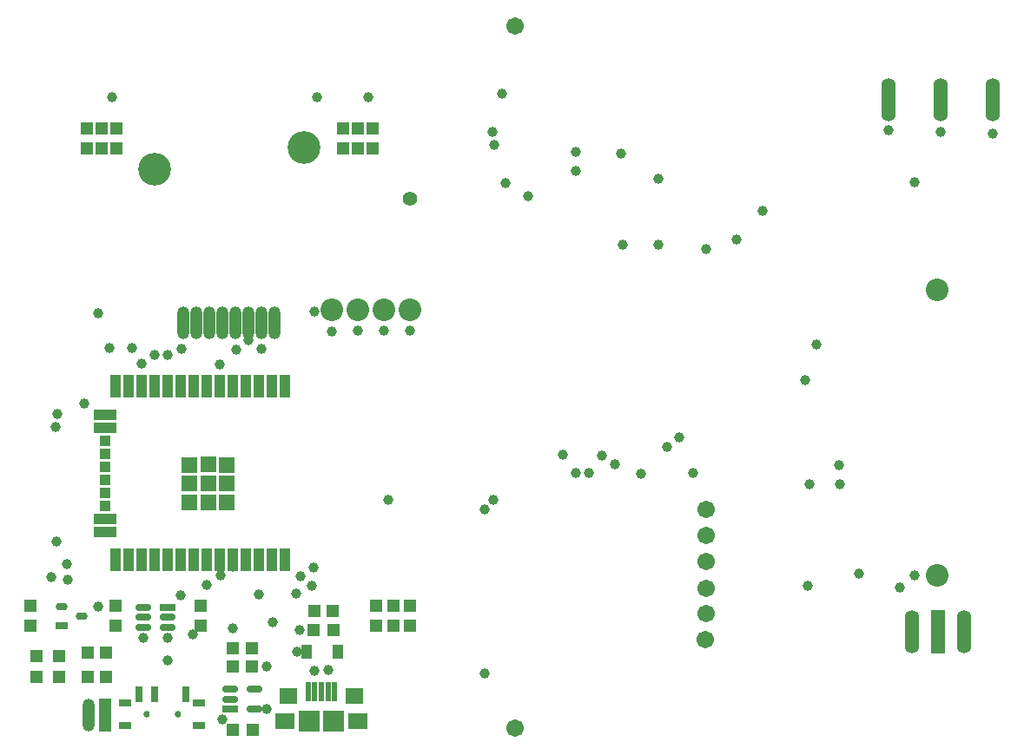
<source format=gbs>
G04*
G04 #@! TF.GenerationSoftware,Altium Limited,Altium Designer,21.2.1 (34)*
G04*
G04 Layer_Color=16711935*
%FSLAX43Y43*%
%MOMM*%
G71*
G04*
G04 #@! TF.SameCoordinates,D37F3DA0-8DBA-475A-B69E-14A0DF471598*
G04*
G04*
G04 #@! TF.FilePolarity,Negative*
G04*
G01*
G75*
%ADD17R,1.200X1.200*%
%ADD43R,2.103X2.103*%
%ADD44R,1.903X1.503*%
%ADD45R,1.803X1.603*%
%ADD46R,0.603X1.903*%
%ADD47R,1.503X1.503*%
%ADD48R,1.503X1.503*%
%ADD49R,1.103X2.203*%
%ADD50R,2.203X1.103*%
%ADD52R,1.203X1.153*%
%ADD56R,1.153X1.203*%
%ADD60O,1.403X4.203*%
%ADD63C,1.703*%
%ADD64C,2.203*%
%ADD65C,0.628*%
%ADD66C,1.403*%
%ADD67C,1.003*%
G04:AMPARAMS|DCode=81|XSize=1.2mm|YSize=0.7mm|CornerRadius=0.35mm|HoleSize=0mm|Usage=FLASHONLY|Rotation=0.000|XOffset=0mm|YOffset=0mm|HoleType=Round|Shape=RoundedRectangle|*
%AMROUNDEDRECTD81*
21,1,1.200,0.000,0,0,0.0*
21,1,0.500,0.700,0,0,0.0*
1,1,0.700,0.250,0.000*
1,1,0.700,-0.250,0.000*
1,1,0.700,-0.250,0.000*
1,1,0.700,0.250,0.000*
%
%ADD81ROUNDEDRECTD81*%
%ADD82R,1.200X0.700*%
%ADD85R,1.200X1.200*%
G04:AMPARAMS|DCode=86|XSize=1.6mm|YSize=0.7mm|CornerRadius=0.35mm|HoleSize=0mm|Usage=FLASHONLY|Rotation=180.000|XOffset=0mm|YOffset=0mm|HoleType=Round|Shape=RoundedRectangle|*
%AMROUNDEDRECTD86*
21,1,1.600,0.000,0,0,180.0*
21,1,0.900,0.700,0,0,180.0*
1,1,0.700,-0.450,0.000*
1,1,0.700,0.450,0.000*
1,1,0.700,0.450,0.000*
1,1,0.700,-0.450,0.000*
%
%ADD86ROUNDEDRECTD86*%
%ADD87R,1.600X0.700*%
%ADD92R,1.403X4.203*%
%ADD93C,3.203*%
%ADD94O,1.203X3.203*%
%ADD95R,1.103X1.103*%
%ADD96R,1.103X1.403*%
%ADD97R,1.103X1.403*%
%ADD98R,1.303X0.803*%
%ADD99R,0.703X1.603*%
%ADD100O,1.203X3.203*%
%ADD101R,1.203X3.203*%
D17*
X34814Y14884D02*
D03*
X33054D02*
D03*
X10956Y10770D02*
D03*
X12716D02*
D03*
X10956Y8407D02*
D03*
X12716D02*
D03*
D43*
X34925Y4098D02*
D03*
X32525D02*
D03*
D44*
X37254Y4095D02*
D03*
X30194D02*
D03*
D45*
X36925Y6548D02*
D03*
X30525D02*
D03*
D46*
X35025Y6973D02*
D03*
X34375D02*
D03*
X33725D02*
D03*
X33075D02*
D03*
X32425D02*
D03*
D47*
X20853Y29108D02*
D03*
X22696Y25468D02*
D03*
Y27303D02*
D03*
Y29138D02*
D03*
X24539Y29108D02*
D03*
D48*
X20853Y27273D02*
D03*
X20861Y25468D02*
D03*
X24531D02*
D03*
X24539Y27273D02*
D03*
D49*
X30196Y36803D02*
D03*
X28926D02*
D03*
X27656D02*
D03*
X26386D02*
D03*
X25116D02*
D03*
X23846D02*
D03*
X22576D02*
D03*
X21306D02*
D03*
X20036D02*
D03*
X18766D02*
D03*
X17496D02*
D03*
X16226D02*
D03*
X14956D02*
D03*
X13686D02*
D03*
D03*
Y19803D02*
D03*
X14956D02*
D03*
X16226D02*
D03*
X17496D02*
D03*
X18766D02*
D03*
X20036D02*
D03*
X21306D02*
D03*
X22576D02*
D03*
X23846D02*
D03*
X25116D02*
D03*
X26386D02*
D03*
X27656D02*
D03*
X28926D02*
D03*
X30196D02*
D03*
D03*
D50*
X12686Y34018D02*
D03*
Y32748D02*
D03*
Y23858D02*
D03*
Y22588D02*
D03*
D03*
D52*
X34934Y13015D02*
D03*
X32934D02*
D03*
X27050Y3282D02*
D03*
X25050D02*
D03*
D56*
X5356Y15376D02*
D03*
Y13376D02*
D03*
X8138Y10419D02*
D03*
Y8419D02*
D03*
X5979Y10419D02*
D03*
Y8419D02*
D03*
X42352Y13376D02*
D03*
Y15376D02*
D03*
X39075Y13376D02*
D03*
Y15376D02*
D03*
X40714Y13376D02*
D03*
Y15376D02*
D03*
X38755Y59944D02*
D03*
Y61944D02*
D03*
X37307Y59944D02*
D03*
Y61944D02*
D03*
X35859Y59944D02*
D03*
Y61944D02*
D03*
X13761Y59944D02*
D03*
Y61944D02*
D03*
X12313Y59944D02*
D03*
Y61944D02*
D03*
X10865Y59944D02*
D03*
Y61944D02*
D03*
X21956Y13372D02*
D03*
Y15372D02*
D03*
X13701Y13376D02*
D03*
Y15376D02*
D03*
D60*
X91317Y12826D02*
D03*
X96397D02*
D03*
X89034Y64714D02*
D03*
X94114D02*
D03*
X99194D02*
D03*
D63*
X52586Y3397D02*
D03*
Y71892D02*
D03*
X71157Y12013D02*
D03*
X71261Y14552D02*
D03*
X71236Y17067D02*
D03*
X71261Y19632D02*
D03*
Y22172D02*
D03*
Y24712D02*
D03*
D64*
X42385Y44215D02*
D03*
X39845D02*
D03*
X37305D02*
D03*
X34765D02*
D03*
X93796Y18346D02*
D03*
Y46146D02*
D03*
D65*
X16737Y4750D02*
D03*
X19737D02*
D03*
D66*
X42393Y55067D02*
D03*
D67*
X81336Y27192D02*
D03*
X64850Y28218D02*
D03*
X59770Y28320D02*
D03*
X50524Y25678D02*
D03*
X49642Y8760D02*
D03*
X84255Y27202D02*
D03*
X61040Y29996D02*
D03*
X81131Y17296D02*
D03*
X86110Y18515D02*
D03*
X91571Y18312D02*
D03*
X90148Y17144D02*
D03*
X62310Y29146D02*
D03*
X84230Y29107D02*
D03*
X58500Y59612D02*
D03*
Y57758D02*
D03*
X74172Y51103D02*
D03*
X82011Y40817D02*
D03*
X80852Y37362D02*
D03*
X76737Y53897D02*
D03*
X69930Y28308D02*
D03*
X62945Y59460D02*
D03*
X89031Y61721D02*
D03*
X94060Y61568D02*
D03*
X99216Y61416D02*
D03*
X49635Y24738D02*
D03*
X58500Y28320D02*
D03*
X50597Y60304D02*
D03*
X50397Y61543D02*
D03*
X57255Y30047D02*
D03*
X51699Y56557D02*
D03*
X71203Y50130D02*
D03*
X53886Y55294D02*
D03*
X66575Y57035D02*
D03*
X63110Y50597D02*
D03*
X67392Y30846D02*
D03*
X68608Y31763D02*
D03*
X66606Y50567D02*
D03*
X51360Y65304D02*
D03*
X91554Y56665D02*
D03*
X42367Y42189D02*
D03*
X39853Y42164D02*
D03*
X34722Y42139D02*
D03*
X33045Y44069D02*
D03*
X7899Y21615D02*
D03*
X37313Y42189D02*
D03*
X33034Y9003D02*
D03*
X34366Y9093D02*
D03*
X32944Y19101D02*
D03*
X32766Y17323D02*
D03*
X31674Y18210D02*
D03*
X20015Y16408D02*
D03*
X22581Y17374D02*
D03*
X23851Y38913D02*
D03*
X25400Y40361D02*
D03*
X20066Y40411D02*
D03*
X16231Y38938D02*
D03*
X17501Y39802D02*
D03*
X25097Y13153D02*
D03*
X10617Y35052D02*
D03*
X8001Y34036D02*
D03*
X29185Y42926D02*
D03*
X26645Y41275D02*
D03*
X15291Y40538D02*
D03*
X13030D02*
D03*
X11963Y43891D02*
D03*
X11937Y15241D02*
D03*
X7391Y18161D02*
D03*
X8992Y17932D02*
D03*
X8890Y19380D02*
D03*
X25121Y19202D02*
D03*
X23876Y18288D02*
D03*
X27915Y40411D02*
D03*
X18771Y39853D02*
D03*
X7849Y32756D02*
D03*
X40225Y25663D02*
D03*
X27635Y16485D02*
D03*
X31293Y16510D02*
D03*
X28968Y13767D02*
D03*
X31633Y13015D02*
D03*
X31396Y10902D02*
D03*
X24079Y4228D02*
D03*
X21209Y12573D02*
D03*
X16408Y12243D02*
D03*
X27050Y3278D02*
D03*
X28397Y9398D02*
D03*
X28372Y5283D02*
D03*
X18720Y12243D02*
D03*
Y10033D02*
D03*
X13310Y65003D02*
D03*
X33310Y65003D02*
D03*
X38303Y65000D02*
D03*
D81*
X10378Y14326D02*
D03*
X8421Y15241D02*
D03*
D82*
Y13411D02*
D03*
D85*
X26924Y11218D02*
D03*
Y9458D02*
D03*
X25070Y11218D02*
D03*
Y9458D02*
D03*
D86*
X16408Y14224D02*
D03*
Y15174D02*
D03*
Y13274D02*
D03*
X18741D02*
D03*
Y14224D02*
D03*
X24871Y6233D02*
D03*
Y7183D02*
D03*
X27203D02*
D03*
Y5283D02*
D03*
D87*
X18741Y15174D02*
D03*
X24871Y5283D02*
D03*
D92*
X93857Y12826D02*
D03*
D93*
X32004Y60046D02*
D03*
X17479Y57976D02*
D03*
D94*
X20289Y42976D02*
D03*
X21559D02*
D03*
X22829D02*
D03*
X24099D02*
D03*
X25369D02*
D03*
X26639D02*
D03*
X27909D02*
D03*
X29179D02*
D03*
D03*
D95*
X12686Y31478D02*
D03*
Y30208D02*
D03*
Y28938D02*
D03*
Y27668D02*
D03*
Y26398D02*
D03*
Y25128D02*
D03*
D96*
X32309Y10871D02*
D03*
D97*
X35357D02*
D03*
D98*
X21831Y5844D02*
D03*
Y3664D02*
D03*
X14631Y5844D02*
D03*
Y3654D02*
D03*
D99*
X15981Y6724D02*
D03*
X17481D02*
D03*
X20481D02*
D03*
D100*
X11024Y4674D02*
D03*
D101*
X12649D02*
D03*
M02*

</source>
